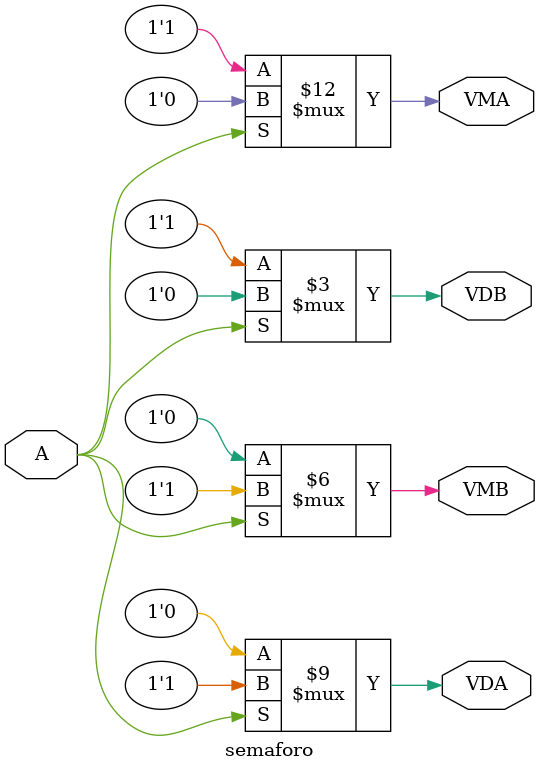
<source format=sv>
module semaforo (
    input logic A, 
    output logic VMA, VDA, VMB, VDB
);

    always_comb
    if (A) begin
        VMA <= 0;
        VDA <= 1;
        VMB <= 1;
        VDB <= 0;
    end else begin
        VMA <= 1;
        VDA <= 0;
        VMB <= 0;
        VDB <= 1;

    end

    
endmodule
</source>
